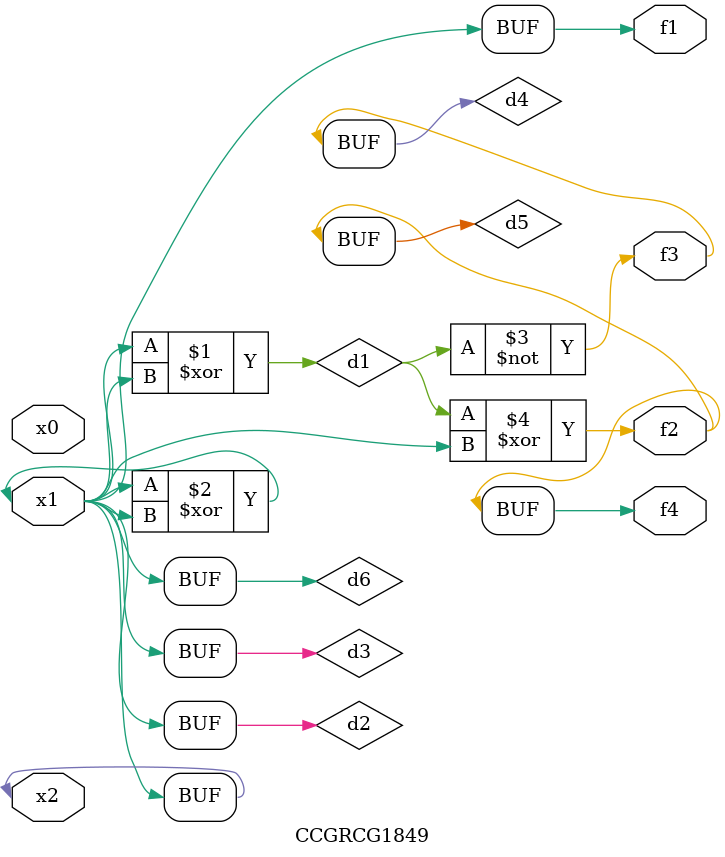
<source format=v>
module CCGRCG1849(
	input x0, x1, x2,
	output f1, f2, f3, f4
);

	wire d1, d2, d3, d4, d5, d6;

	xor (d1, x1, x2);
	buf (d2, x1, x2);
	xor (d3, x1, x2);
	nor (d4, d1);
	xor (d5, d1, d2);
	buf (d6, d2, d3);
	assign f1 = d6;
	assign f2 = d5;
	assign f3 = d4;
	assign f4 = d5;
endmodule

</source>
